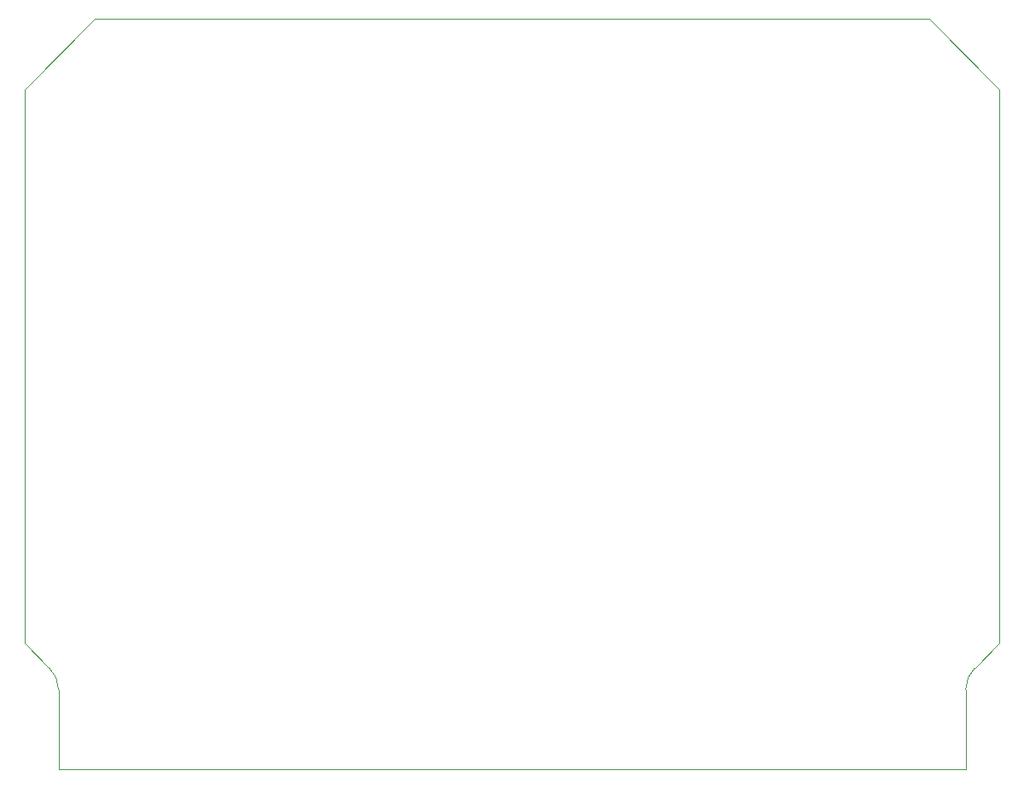
<source format=gbr>
%TF.GenerationSoftware,Altium Limited,Altium Designer,22.7.1 (60)*%
G04 Layer_Color=0*
%FSLAX45Y45*%
%MOMM*%
%TF.SameCoordinates,3BEA7849-7BF4-4C83-8F54-36563B6BDC8B*%
%TF.FilePolarity,Positive*%
%TF.FileFunction,Profile,NP*%
%TF.Part,Single*%
G01*
G75*
%TA.AperFunction,Profile*%
%ADD65C,0.02540*%
D65*
X342430Y793306D02*
G03*
X254562Y1005438I-300000J-0D01*
G01*
X5000Y1255000D01*
Y6755000D01*
X705000Y7455000D01*
X8979860D01*
X9679860Y6755000D01*
Y1255000D01*
X9430298Y1005438D01*
D02*
G03*
X9342430Y793306I212132J-212132D01*
G01*
X9342430Y5000D01*
X342430D01*
X342430Y793306D01*
%TF.MD5,2f2b5abbcd6e3457c607df38a18caa91*%
M02*

</source>
